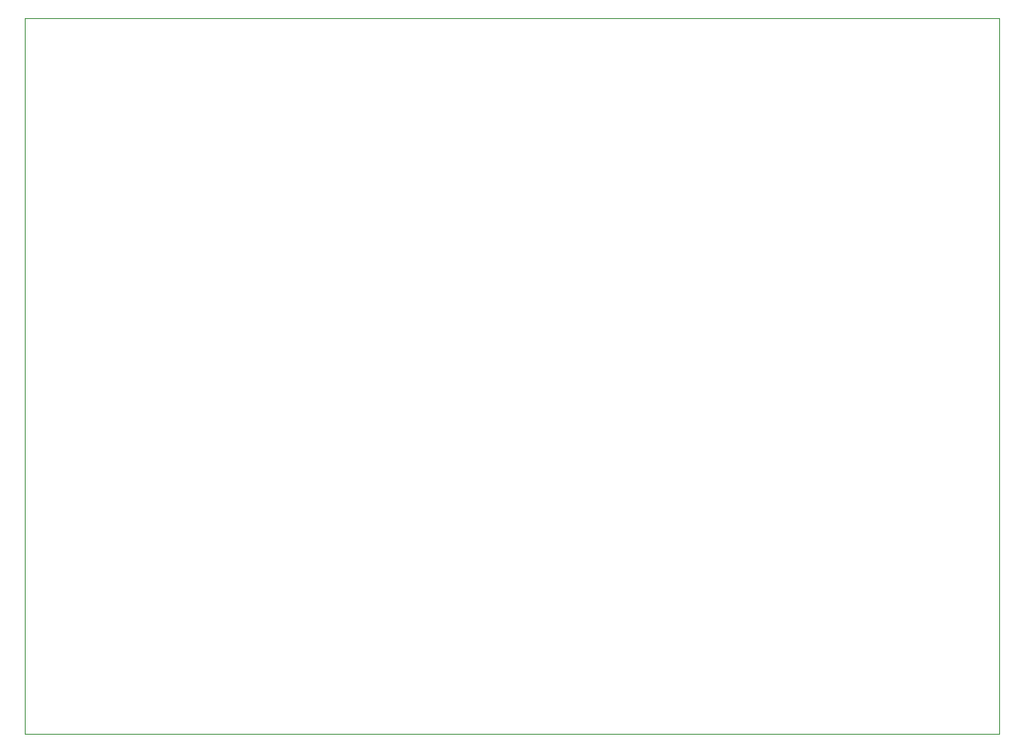
<source format=gm1>
G04 #@! TF.FileFunction,Profile,NP*
%FSLAX46Y46*%
G04 Gerber Fmt 4.6, Leading zero omitted, Abs format (unit mm)*
G04 Created by KiCad (PCBNEW 4.0.5+dfsg1-4) date Sun May  7 16:42:39 2017*
%MOMM*%
%LPD*%
G01*
G04 APERTURE LIST*
%ADD10C,0.100000*%
G04 APERTURE END LIST*
D10*
X50038000Y-43942000D02*
X50038000Y-117348000D01*
X149860000Y-43942000D02*
X50038000Y-43942000D01*
X149860000Y-117348000D02*
X149860000Y-43942000D01*
X50038000Y-117348000D02*
X149860000Y-117348000D01*
M02*

</source>
